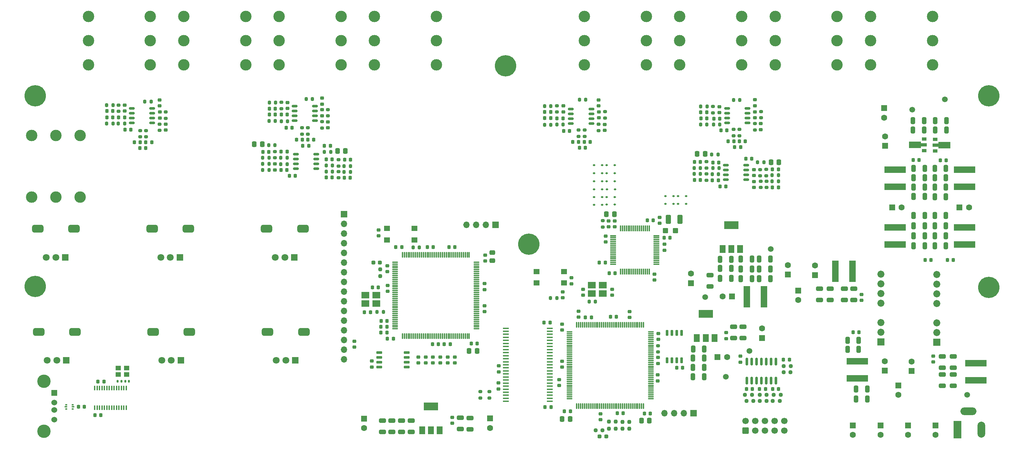
<source format=gts>
G04 #@! TF.GenerationSoftware,KiCad,Pcbnew,7.0.2*
G04 #@! TF.CreationDate,2024-04-03T16:33:45+02:00*
G04 #@! TF.ProjectId,stm_audio_board_V3,73746d5f-6175-4646-996f-5f626f617264,rev?*
G04 #@! TF.SameCoordinates,Original*
G04 #@! TF.FileFunction,Soldermask,Top*
G04 #@! TF.FilePolarity,Negative*
%FSLAX46Y46*%
G04 Gerber Fmt 4.6, Leading zero omitted, Abs format (unit mm)*
G04 Created by KiCad (PCBNEW 7.0.2) date 2024-04-03 16:33:45*
%MOMM*%
%LPD*%
G01*
G04 APERTURE LIST*
G04 Aperture macros list*
%AMRoundRect*
0 Rectangle with rounded corners*
0 $1 Rounding radius*
0 $2 $3 $4 $5 $6 $7 $8 $9 X,Y pos of 4 corners*
0 Add a 4 corners polygon primitive as box body*
4,1,4,$2,$3,$4,$5,$6,$7,$8,$9,$2,$3,0*
0 Add four circle primitives for the rounded corners*
1,1,$1+$1,$2,$3*
1,1,$1+$1,$4,$5*
1,1,$1+$1,$6,$7*
1,1,$1+$1,$8,$9*
0 Add four rect primitives between the rounded corners*
20,1,$1+$1,$2,$3,$4,$5,0*
20,1,$1+$1,$4,$5,$6,$7,0*
20,1,$1+$1,$6,$7,$8,$9,0*
20,1,$1+$1,$8,$9,$2,$3,0*%
%AMFreePoly0*
4,1,9,3.862500,-0.866500,0.737500,-0.866500,0.737500,-0.450000,-0.737500,-0.450000,-0.737500,0.450000,0.737500,0.450000,0.737500,0.866500,3.862500,0.866500,3.862500,-0.866500,3.862500,-0.866500,$1*%
G04 Aperture macros list end*
%ADD10R,1.500000X0.400000*%
%ADD11RoundRect,0.200000X-0.275000X0.200000X-0.275000X-0.200000X0.275000X-0.200000X0.275000X0.200000X0*%
%ADD12C,5.600000*%
%ADD13RoundRect,0.200000X0.200000X0.275000X-0.200000X0.275000X-0.200000X-0.275000X0.200000X-0.275000X0*%
%ADD14RoundRect,0.225000X0.250000X-0.225000X0.250000X0.225000X-0.250000X0.225000X-0.250000X-0.225000X0*%
%ADD15C,3.000000*%
%ADD16RoundRect,0.237500X0.287500X0.237500X-0.287500X0.237500X-0.287500X-0.237500X0.287500X-0.237500X0*%
%ADD17RoundRect,0.237500X-0.287500X-0.237500X0.287500X-0.237500X0.287500X0.237500X-0.287500X0.237500X0*%
%ADD18RoundRect,0.150000X-0.625000X-0.150000X0.625000X-0.150000X0.625000X0.150000X-0.625000X0.150000X0*%
%ADD19RoundRect,0.225000X-0.225000X-0.250000X0.225000X-0.250000X0.225000X0.250000X-0.225000X0.250000X0*%
%ADD20RoundRect,0.200000X-0.200000X-0.275000X0.200000X-0.275000X0.200000X0.275000X-0.200000X0.275000X0*%
%ADD21RoundRect,0.225000X-0.250000X0.225000X-0.250000X-0.225000X0.250000X-0.225000X0.250000X0.225000X0*%
%ADD22R,1.400000X1.200000*%
%ADD23R,5.700000X1.700000*%
%ADD24RoundRect,0.200000X0.275000X-0.200000X0.275000X0.200000X-0.275000X0.200000X-0.275000X-0.200000X0*%
%ADD25RoundRect,0.225000X0.225000X0.250000X-0.225000X0.250000X-0.225000X-0.250000X0.225000X-0.250000X0*%
%ADD26C,1.500000*%
%ADD27RoundRect,0.250000X-0.650000X0.325000X-0.650000X-0.325000X0.650000X-0.325000X0.650000X0.325000X0*%
%ADD28RoundRect,0.250000X-0.325000X-0.650000X0.325000X-0.650000X0.325000X0.650000X-0.325000X0.650000X0*%
%ADD29R,1.600000X1.600000*%
%ADD30C,1.600000*%
%ADD31RoundRect,0.250000X0.325000X0.650000X-0.325000X0.650000X-0.325000X-0.650000X0.325000X-0.650000X0*%
%ADD32RoundRect,0.237500X-0.237500X0.250000X-0.237500X-0.250000X0.237500X-0.250000X0.237500X0.250000X0*%
%ADD33R,2.100000X1.725000*%
%ADD34RoundRect,0.112500X-0.187500X-0.112500X0.187500X-0.112500X0.187500X0.112500X-0.187500X0.112500X0*%
%ADD35R,1.850000X1.850000*%
%ADD36C,1.850000*%
%ADD37RoundRect,0.237500X0.250000X0.237500X-0.250000X0.237500X-0.250000X-0.237500X0.250000X-0.237500X0*%
%ADD38RoundRect,0.250000X0.650000X-0.325000X0.650000X0.325000X-0.650000X0.325000X-0.650000X-0.325000X0*%
%ADD39R,2.000000X4.600000*%
%ADD40O,2.000000X4.200000*%
%ADD41O,4.200000X2.000000*%
%ADD42RoundRect,0.250000X0.337500X0.475000X-0.337500X0.475000X-0.337500X-0.475000X0.337500X-0.475000X0*%
%ADD43RoundRect,0.250000X0.600000X-0.600000X0.600000X0.600000X-0.600000X0.600000X-0.600000X-0.600000X0*%
%ADD44C,1.700000*%
%ADD45RoundRect,0.112500X0.187500X0.112500X-0.187500X0.112500X-0.187500X-0.112500X0.187500X-0.112500X0*%
%ADD46R,1.700000X5.700000*%
%ADD47RoundRect,0.237500X-0.250000X-0.237500X0.250000X-0.237500X0.250000X0.237500X-0.250000X0.237500X0*%
%ADD48RoundRect,0.250000X-0.337500X-0.475000X0.337500X-0.475000X0.337500X0.475000X-0.337500X0.475000X0*%
%ADD49RoundRect,0.150000X0.650000X0.150000X-0.650000X0.150000X-0.650000X-0.150000X0.650000X-0.150000X0*%
%ADD50RoundRect,0.150000X0.150000X-0.825000X0.150000X0.825000X-0.150000X0.825000X-0.150000X-0.825000X0*%
%ADD51RoundRect,0.250000X0.475000X-0.337500X0.475000X0.337500X-0.475000X0.337500X-0.475000X-0.337500X0*%
%ADD52R,1.700000X1.700000*%
%ADD53O,1.700000X1.700000*%
%ADD54RoundRect,0.150000X-0.150000X0.650000X-0.150000X-0.650000X0.150000X-0.650000X0.150000X0.650000X0*%
%ADD55RoundRect,0.075000X-0.075000X-0.662500X0.075000X-0.662500X0.075000X0.662500X-0.075000X0.662500X0*%
%ADD56RoundRect,0.075000X-0.662500X-0.075000X0.662500X-0.075000X0.662500X0.075000X-0.662500X0.075000X0*%
%ADD57R,1.524000X1.524000*%
%ADD58C,1.524000*%
%ADD59C,3.500000*%
%ADD60RoundRect,0.250000X-0.412500X-0.925000X0.412500X-0.925000X0.412500X0.925000X-0.412500X0.925000X0*%
%ADD61R,1.300000X0.900000*%
%ADD62FreePoly0,0.000000*%
%ADD63FreePoly0,180.000000*%
%ADD64R,1.600000X1.400000*%
%ADD65R,0.500000X0.375000*%
%ADD66R,0.650000X0.300000*%
%ADD67RoundRect,0.075000X-0.700000X-0.075000X0.700000X-0.075000X0.700000X0.075000X-0.700000X0.075000X0*%
%ADD68RoundRect,0.075000X-0.075000X-0.700000X0.075000X-0.700000X0.075000X0.700000X-0.075000X0.700000X0*%
%ADD69RoundRect,0.140000X0.140000X0.170000X-0.140000X0.170000X-0.140000X-0.170000X0.140000X-0.170000X0*%
%ADD70R,1.500000X2.000000*%
%ADD71R,3.800000X2.000000*%
%ADD72RoundRect,0.075000X-0.075000X0.662500X-0.075000X-0.662500X0.075000X-0.662500X0.075000X0.662500X0*%
%ADD73RoundRect,0.075000X-0.662500X0.075000X-0.662500X-0.075000X0.662500X-0.075000X0.662500X0.075000X0*%
%ADD74R,0.400000X1.200000*%
%ADD75RoundRect,0.250000X-0.450000X-0.425000X0.450000X-0.425000X0.450000X0.425000X-0.450000X0.425000X0*%
%ADD76R,1.800000X1.800000*%
%ADD77C,1.800000*%
%ADD78RoundRect,0.500000X1.000000X-0.500000X1.000000X0.500000X-1.000000X0.500000X-1.000000X-0.500000X0*%
G04 APERTURE END LIST*
D10*
X183375600Y-134700000D03*
X183375600Y-133900000D03*
X183375600Y-133100000D03*
X183375600Y-132300000D03*
X183375600Y-131500000D03*
X183375600Y-130700000D03*
X183375600Y-129900000D03*
X183375600Y-129100000D03*
X183375600Y-128300000D03*
X183375600Y-127500000D03*
X183375600Y-126700000D03*
X183375600Y-125900000D03*
X183375600Y-125100000D03*
X183375600Y-124300000D03*
X183375600Y-123500000D03*
X183375600Y-122700000D03*
X183375600Y-121900000D03*
X183375600Y-121100000D03*
X183375600Y-120300000D03*
X183375600Y-119500000D03*
X183375600Y-118700000D03*
X183375600Y-117900000D03*
X183375600Y-117100000D03*
X183375600Y-116300000D03*
X183375600Y-115500000D03*
X171875600Y-115500000D03*
X171875600Y-116300000D03*
X171875600Y-117100000D03*
X171875600Y-117900000D03*
X171875600Y-118700000D03*
X171875600Y-119500000D03*
X171875600Y-120300000D03*
X171875600Y-121100000D03*
X171875600Y-121900000D03*
X171875600Y-122700000D03*
X171875600Y-123500000D03*
X171875600Y-124300000D03*
X171875600Y-125100000D03*
X171875600Y-125900000D03*
X171875600Y-126700000D03*
X171875600Y-127500000D03*
X171875600Y-128300000D03*
X171875600Y-129100000D03*
X171875600Y-129900000D03*
X171875600Y-130700000D03*
X171875600Y-131500000D03*
X171875600Y-132300000D03*
X171875600Y-133100000D03*
X171875600Y-133900000D03*
X171875600Y-134700000D03*
D11*
X165235000Y-132130000D03*
X165235000Y-133780000D03*
X167570000Y-132130000D03*
X167570000Y-133780000D03*
D12*
X298500000Y-54518750D03*
X298500000Y-104793750D03*
D13*
X183595000Y-107535000D03*
X185245000Y-107535000D03*
D14*
X186830000Y-105970000D03*
X186830000Y-107520000D03*
D15*
X53951445Y-81097886D03*
X53951445Y-64867886D03*
X47601445Y-81097886D03*
X47601445Y-64867886D03*
X60301445Y-81097886D03*
X60301445Y-64867886D03*
D16*
X198205000Y-143915000D03*
X196455000Y-143915000D03*
D17*
X137145000Y-98270000D03*
X138895000Y-98270000D03*
D14*
X199725800Y-106813200D03*
X199725800Y-105263200D03*
D18*
X188950000Y-57929000D03*
X188950000Y-59199000D03*
X188950000Y-60469000D03*
X188950000Y-61739000D03*
X194300000Y-61739000D03*
X194300000Y-60469000D03*
X194300000Y-59199000D03*
X194300000Y-57929000D03*
D19*
X114318800Y-62869600D03*
X115868800Y-62869600D03*
X124835600Y-71210600D03*
X126385600Y-71210600D03*
D20*
X225832400Y-69892400D03*
X227482400Y-69892400D03*
D21*
X197775000Y-62029000D03*
X197775000Y-63579000D03*
D19*
X64992000Y-129463800D03*
X66542000Y-129463800D03*
D22*
X70327000Y-127638200D03*
X72527000Y-127638200D03*
X72527000Y-125938200D03*
X70327000Y-125938200D03*
D21*
X166282200Y-109584800D03*
X166282200Y-111134800D03*
D18*
X229868400Y-57767800D03*
X229868400Y-59037800D03*
X229868400Y-60307800D03*
X229868400Y-61577800D03*
X235218400Y-61577800D03*
X235218400Y-60307800D03*
X235218400Y-59037800D03*
X235218400Y-57767800D03*
D19*
X124351800Y-67633200D03*
X125901800Y-67633200D03*
D23*
X292085400Y-78386800D03*
X292085400Y-73886800D03*
D19*
X228263200Y-63564600D03*
X229813200Y-63564600D03*
D21*
X156632360Y-123050800D03*
X156632360Y-124600800D03*
D24*
X111368600Y-70777600D03*
X111368600Y-69127600D03*
D20*
X108166600Y-70778000D03*
X109816600Y-70778000D03*
D21*
X169979400Y-129881600D03*
X169979400Y-131431600D03*
D25*
X218229800Y-125862000D03*
X216679800Y-125862000D03*
D15*
X242486250Y-39983400D03*
X258716250Y-39983400D03*
X242486250Y-33633400D03*
X258716250Y-33633400D03*
X242486250Y-46333400D03*
X258716250Y-46333400D03*
D13*
X131135600Y-74460600D03*
X129485600Y-74460600D03*
D15*
X192486250Y-39983400D03*
X208716250Y-39983400D03*
X192486250Y-33633400D03*
X208716250Y-33633400D03*
X192486250Y-46333400D03*
X208716250Y-46333400D03*
D26*
X241363600Y-94675600D03*
D13*
X114687400Y-61143200D03*
X113037400Y-61143200D03*
D11*
X197852800Y-58654400D03*
X197852800Y-60304400D03*
D21*
X213450000Y-93460000D03*
X213450000Y-95010000D03*
D27*
X159950000Y-139025000D03*
X159950000Y-141975000D03*
X254099000Y-105117000D03*
X254099000Y-108067000D03*
D19*
X136944200Y-104795600D03*
X138494200Y-104795600D03*
D13*
X186896000Y-62028600D03*
X185246000Y-62028600D03*
X114544400Y-72402600D03*
X112894400Y-72402600D03*
D28*
X233455000Y-99920000D03*
X236405000Y-99920000D03*
D13*
X183692800Y-57202400D03*
X182042800Y-57202400D03*
D11*
X185293200Y-57103600D03*
X185293200Y-58753600D03*
D21*
X158552600Y-123050800D03*
X158552600Y-124600800D03*
D29*
X134714759Y-139200000D03*
D30*
X134714759Y-141700000D03*
D13*
X233209200Y-55596600D03*
X231559200Y-55596600D03*
D28*
X278783756Y-73498330D03*
X281733756Y-73498330D03*
D14*
X227858000Y-58921600D03*
X227858000Y-57371600D03*
D24*
X238559000Y-75522200D03*
X238559000Y-73872200D03*
D19*
X233109200Y-66436600D03*
X234659200Y-66436600D03*
D31*
X241225000Y-99920000D03*
X238275000Y-99920000D03*
D14*
X189066600Y-103819600D03*
X189066600Y-102269600D03*
D25*
X186846000Y-60397000D03*
X185296000Y-60397000D03*
D19*
X129535600Y-76000600D03*
X131085600Y-76000600D03*
D31*
X287244000Y-73539536D03*
X284294000Y-73539536D03*
D28*
X263649200Y-134070600D03*
X266599200Y-134070600D03*
D32*
X204254400Y-140049700D03*
X204254400Y-141874700D03*
D25*
X214931600Y-91776600D03*
X213381600Y-91776600D03*
D20*
X221255400Y-75007732D03*
X222905400Y-75007732D03*
D15*
X112476251Y-39983400D03*
X128706251Y-39983400D03*
X112476251Y-33633400D03*
X128706251Y-33633400D03*
X112476251Y-46333400D03*
X128706251Y-46333400D03*
D33*
X197315800Y-104190700D03*
X194415800Y-104190700D03*
X194415800Y-106365700D03*
X197315800Y-106365700D03*
D25*
X144615200Y-94190200D03*
X143065200Y-94190200D03*
D24*
X240209000Y-78573000D03*
X240209000Y-76923000D03*
D14*
X186962600Y-58703600D03*
X186962600Y-57153600D03*
D31*
X287244000Y-76011342D03*
X284294000Y-76011342D03*
D34*
X217028000Y-80818000D03*
X219128000Y-80818000D03*
D13*
X139788000Y-111249800D03*
X138138000Y-111249800D03*
D11*
X237134200Y-61771600D03*
X237134200Y-63421600D03*
D24*
X233134200Y-64971600D03*
X233134200Y-63321600D03*
D35*
X284822821Y-119213400D03*
D36*
X284822821Y-116673400D03*
X284822821Y-114133400D03*
X284822821Y-109053400D03*
X284822821Y-106513400D03*
X284822821Y-103973400D03*
X284822821Y-101433400D03*
D25*
X68873200Y-60130800D03*
X67323200Y-60130800D03*
D21*
X125267800Y-61350000D03*
X125267800Y-62900000D03*
D31*
X223875000Y-128200000D03*
X220925000Y-128200000D03*
X287244000Y-85929786D03*
X284294000Y-85929786D03*
D19*
X192450000Y-66614000D03*
X194000000Y-66614000D03*
D37*
X236405300Y-132987400D03*
X234580300Y-132987400D03*
D29*
X252948559Y-101523400D03*
D30*
X252948559Y-99023400D03*
D25*
X68873200Y-58480800D03*
X67323200Y-58480800D03*
X192750000Y-68134000D03*
X191200000Y-68134000D03*
D24*
X128010600Y-76035600D03*
X128010600Y-74385600D03*
D29*
X227360241Y-123050000D03*
D30*
X229860241Y-123050000D03*
D19*
X59863200Y-136092400D03*
X61413200Y-136092400D03*
D26*
X278433800Y-58165000D03*
D14*
X200419350Y-88883200D03*
X200419350Y-87333200D03*
X81178200Y-60314600D03*
X81178200Y-58764600D03*
D23*
X273961200Y-78392682D03*
X273961200Y-73892682D03*
D21*
X148951400Y-123050800D03*
X148951400Y-124600800D03*
D38*
X225425000Y-104500000D03*
X225425000Y-101550000D03*
D20*
X67273200Y-61730800D03*
X68923200Y-61730800D03*
D24*
X224478800Y-73416600D03*
X224478800Y-71766600D03*
D21*
X150871640Y-123050800D03*
X150871640Y-124600800D03*
D24*
X120037800Y-64550000D03*
X120037800Y-62900000D03*
D32*
X202428866Y-140049700D03*
X202428866Y-141874700D03*
D26*
X235755000Y-121460000D03*
D28*
X278783756Y-78441940D03*
X281733756Y-78441940D03*
D13*
X131135600Y-72920600D03*
X129485600Y-72920600D03*
D39*
X290236200Y-142092000D03*
D40*
X296536200Y-142092000D03*
D41*
X293136200Y-137292000D03*
D18*
X116844400Y-69777600D03*
X116844400Y-71047600D03*
X116844400Y-72317600D03*
X116844400Y-73587600D03*
X122194400Y-73587600D03*
X122194400Y-72317600D03*
X122194400Y-71047600D03*
X122194400Y-69777600D03*
D29*
X277284562Y-140991800D03*
D30*
X277284562Y-143491800D03*
D25*
X71973200Y-60130800D03*
X70423200Y-60130800D03*
D34*
X213726000Y-80814400D03*
X215826000Y-80814400D03*
D31*
X230965000Y-99820000D03*
X228015000Y-99820000D03*
D29*
X220426287Y-103665080D03*
D30*
X220426287Y-101165080D03*
D14*
X123697800Y-59700000D03*
X123697800Y-58150000D03*
D28*
X278598000Y-61005200D03*
X281548000Y-61005200D03*
D42*
X224124900Y-69722400D03*
X222049900Y-69722400D03*
D43*
X234707600Y-142351400D03*
D44*
X234707600Y-139811400D03*
X237247600Y-142351400D03*
X237247600Y-139811400D03*
X239787600Y-142351400D03*
X239787600Y-139811400D03*
X242327600Y-142351400D03*
X242327600Y-139811400D03*
X244867600Y-142351400D03*
X244867600Y-139811400D03*
D25*
X233409200Y-67946600D03*
X231859200Y-67946600D03*
X183720000Y-136185800D03*
X182170000Y-136185800D03*
D14*
X166493800Y-97867600D03*
X166493800Y-96317600D03*
D45*
X197150000Y-79045600D03*
X195050000Y-79045600D03*
D28*
X278783756Y-88573657D03*
X281733756Y-88573657D03*
X263649200Y-131470600D03*
X266599200Y-131470600D03*
D14*
X229617600Y-118209200D03*
X229617600Y-116659200D03*
D20*
X221255400Y-73413866D03*
X222905400Y-73413866D03*
D31*
X223900000Y-125800000D03*
X220950000Y-125800000D03*
D20*
X124785600Y-74410600D03*
X126435600Y-74410600D03*
D21*
X192115800Y-105263200D03*
X192115800Y-106813200D03*
D26*
X224118954Y-107304360D03*
D45*
X197142800Y-76959400D03*
X195042800Y-76959400D03*
D11*
X211808400Y-120101400D03*
X211808400Y-121751400D03*
D24*
X190975000Y-65129000D03*
X190975000Y-63479000D03*
D28*
X278783756Y-93861400D03*
X281733756Y-93861400D03*
D27*
X144525000Y-139775000D03*
X144525000Y-142725000D03*
D29*
X239044959Y-118066160D03*
D30*
X239044959Y-115566160D03*
D27*
X147050000Y-139775000D03*
X147050000Y-142725000D03*
D20*
X147587600Y-94266200D03*
X149237600Y-94266200D03*
D25*
X183636600Y-58752400D03*
X182086600Y-58752400D03*
D28*
X233455000Y-97320000D03*
X236405000Y-97320000D03*
D29*
X271207000Y-126652135D03*
D30*
X271207000Y-124152135D03*
D14*
X71958200Y-58505800D03*
X71958200Y-56955800D03*
D29*
X273152759Y-83766318D03*
D30*
X275652759Y-83766318D03*
D25*
X183642800Y-60342400D03*
X182092800Y-60342400D03*
X194305200Y-112640000D03*
X192755200Y-112640000D03*
D28*
X278783756Y-75970135D03*
X281733756Y-75970135D03*
D11*
X238659000Y-76923000D03*
X238659000Y-78573000D03*
D31*
X230956000Y-97405000D03*
X228006000Y-97405000D03*
D46*
X239576846Y-107254840D03*
X235076846Y-107254840D03*
D29*
X248487000Y-105597641D03*
D30*
X248487000Y-108097641D03*
D11*
X197286400Y-87258000D03*
X197286400Y-88908000D03*
D21*
X238734200Y-61811600D03*
X238734200Y-63361600D03*
D23*
X295064600Y-129171600D03*
X295064600Y-124671600D03*
D20*
X112894400Y-70752600D03*
X114544400Y-70752600D03*
D11*
X82748200Y-58764600D03*
X82748200Y-60414600D03*
D19*
X230109200Y-66426600D03*
X231659200Y-66426600D03*
D24*
X224507400Y-76667400D03*
X224507400Y-75017400D03*
D47*
X242098100Y-132992000D03*
X243923100Y-132992000D03*
D26*
X229540800Y-128210800D03*
D15*
X62476251Y-39983400D03*
X78706251Y-39983400D03*
X62476251Y-33633400D03*
X78706251Y-33633400D03*
X62476251Y-46333400D03*
X78706251Y-46333400D03*
D13*
X121183400Y-55346600D03*
X119533400Y-55346600D03*
X68923200Y-56930800D03*
X67273200Y-56930800D03*
D18*
X116512800Y-57180000D03*
X116512800Y-58450000D03*
X116512800Y-59720000D03*
X116512800Y-60990000D03*
X121862800Y-60990000D03*
X121862800Y-59720000D03*
X121862800Y-58450000D03*
X121862800Y-57180000D03*
D48*
X127753100Y-68990600D03*
X129828100Y-68990600D03*
D49*
X145892200Y-125694000D03*
X145892200Y-124424000D03*
X145892200Y-123154000D03*
X145892200Y-121884000D03*
X138692200Y-121884000D03*
X138692200Y-123154000D03*
X138692200Y-124424000D03*
X138692200Y-125694000D03*
D27*
X263049000Y-105117000D03*
X263049000Y-108067000D03*
D11*
X123737800Y-61300000D03*
X123737800Y-62950000D03*
D19*
X115142400Y-75521000D03*
X116692400Y-75521000D03*
D27*
X260599000Y-105117000D03*
X260599000Y-108067000D03*
D19*
X74523200Y-66679600D03*
X76073200Y-66679600D03*
D25*
X222855400Y-76601600D03*
X221305400Y-76601600D03*
D13*
X243334000Y-75347200D03*
X241684000Y-75347200D03*
D25*
X196400000Y-98235000D03*
X197950000Y-98235000D03*
D18*
X73871600Y-57783800D03*
X73871600Y-59053800D03*
X73871600Y-60323800D03*
X73871600Y-61593800D03*
X79221600Y-61593800D03*
X79221600Y-60323800D03*
X79221600Y-59053800D03*
X79221600Y-57783800D03*
D37*
X246532300Y-125468800D03*
X244707300Y-125468800D03*
X236761300Y-134559800D03*
X234936300Y-134559800D03*
D19*
X241847000Y-131458400D03*
X243397000Y-131458400D03*
D20*
X109835800Y-61091600D03*
X111485800Y-61091600D03*
D50*
X235050200Y-129210200D03*
X236320200Y-129210200D03*
X237590200Y-129210200D03*
X238860200Y-129210200D03*
X240130200Y-129210200D03*
X241400200Y-129210200D03*
X242670200Y-129210200D03*
X242670200Y-124260200D03*
X241400200Y-124260200D03*
X240130200Y-124260200D03*
X238860200Y-124260200D03*
X237590200Y-124260200D03*
X236320200Y-124260200D03*
X235050200Y-124260200D03*
D19*
X222974400Y-58840400D03*
X224524400Y-58840400D03*
D24*
X128010600Y-72935600D03*
X128010600Y-71285600D03*
D14*
X237154200Y-60271600D03*
X237154200Y-58721600D03*
D31*
X264388000Y-118650200D03*
X261438000Y-118650200D03*
D21*
X166305400Y-103796800D03*
X166305400Y-105346800D03*
D29*
X271319359Y-67616000D03*
D30*
X271319359Y-65116000D03*
D19*
X187243400Y-137268800D03*
X188793400Y-137268800D03*
X117032800Y-66025000D03*
X118582800Y-66025000D03*
D21*
X265114800Y-106638400D03*
X265114800Y-108188400D03*
D31*
X287244000Y-91217528D03*
X284294000Y-91217528D03*
D25*
X65719600Y-138273000D03*
X64169600Y-138273000D03*
D45*
X200423000Y-72710400D03*
X198323000Y-72710400D03*
D19*
X281801000Y-97611800D03*
X283351000Y-97611800D03*
D29*
X271023200Y-57736159D03*
D30*
X271023200Y-60236159D03*
D31*
X241225000Y-102520000D03*
X238275000Y-102520000D03*
D14*
X186652800Y-125731800D03*
X186652800Y-124181800D03*
X81160000Y-57125200D03*
X81160000Y-55575200D03*
D21*
X152791880Y-123050800D03*
X152791880Y-124600800D03*
D13*
X78908400Y-55988800D03*
X77258400Y-55988800D03*
D42*
X108034100Y-67194200D03*
X105959100Y-67194200D03*
D13*
X111536600Y-56238400D03*
X109886600Y-56238400D03*
D14*
X138573000Y-91224000D03*
X138573000Y-89674000D03*
D25*
X114544400Y-69152600D03*
X112994400Y-69152600D03*
D31*
X287244000Y-78483147D03*
X284294000Y-78483147D03*
D21*
X82778200Y-61914600D03*
X82778200Y-63464600D03*
D25*
X111461200Y-59436200D03*
X109911200Y-59436200D03*
D29*
X270076167Y-140991800D03*
D30*
X270076167Y-143491800D03*
D24*
X76048200Y-65264600D03*
X76048200Y-63614600D03*
D25*
X126385600Y-75950600D03*
X124835600Y-75950600D03*
D26*
X292816200Y-132999400D03*
D51*
X168334600Y-97737300D03*
X168334600Y-95662300D03*
D15*
X137476251Y-39983400D03*
X153706251Y-39983400D03*
X137476251Y-33633400D03*
X153706251Y-33633400D03*
X137476251Y-46333400D03*
X153706251Y-46333400D03*
D21*
X132156200Y-118935200D03*
X132156200Y-120485200D03*
D19*
X108196600Y-69228000D03*
X109746600Y-69228000D03*
D31*
X223920000Y-120920000D03*
X220970000Y-120920000D03*
D12*
X48500000Y-54518750D03*
D45*
X200422200Y-74812800D03*
X198322200Y-74812800D03*
D27*
X289163000Y-125869200D03*
X289163000Y-122919200D03*
D29*
X290807800Y-83804759D03*
D30*
X293307800Y-83804759D03*
D37*
X240228100Y-134576200D03*
X238403100Y-134576200D03*
D19*
X226032400Y-76692400D03*
X227582400Y-76692400D03*
D29*
X245833800Y-101407041D03*
D30*
X245833800Y-98907041D03*
D21*
X211799400Y-123188200D03*
X211799400Y-124738200D03*
D38*
X289169800Y-130608400D03*
X289169800Y-127658400D03*
D19*
X162832800Y-119546200D03*
X164382800Y-119546200D03*
D25*
X140743000Y-113547200D03*
X139193000Y-113547200D03*
D21*
X211827000Y-116882400D03*
X211827000Y-118432400D03*
D52*
X169215820Y-88374078D03*
D53*
X166675820Y-88374078D03*
X164135820Y-88374078D03*
X161595820Y-88374078D03*
D19*
X152666400Y-119701000D03*
X154216400Y-119701000D03*
D14*
X204298600Y-112680400D03*
X204298600Y-111130400D03*
D32*
X200687555Y-140024700D03*
X200687555Y-141849700D03*
D28*
X278783756Y-80913746D03*
X281733756Y-80913746D03*
D11*
X196175000Y-61979000D03*
X196175000Y-63629000D03*
D21*
X157820000Y-138885000D03*
X157820000Y-140435000D03*
D14*
X198026400Y-92884600D03*
X198026400Y-91334600D03*
D25*
X227732400Y-72032400D03*
X226182400Y-72032400D03*
D26*
X286980000Y-55399800D03*
D25*
X140721400Y-115092000D03*
X139171400Y-115092000D03*
D19*
X278656200Y-71347400D03*
X280206200Y-71347400D03*
D29*
X167750000Y-139160241D03*
D30*
X167750000Y-141660241D03*
D52*
X221119899Y-137824541D03*
D53*
X218579899Y-137824541D03*
X216039899Y-137824541D03*
X213499899Y-137824541D03*
D19*
X234933600Y-131432000D03*
X236483600Y-131432000D03*
D37*
X246506300Y-127065400D03*
X244681300Y-127065400D03*
D31*
X264388000Y-121079400D03*
X261438000Y-121079400D03*
D21*
X210868600Y-101318800D03*
X210868600Y-102868800D03*
D45*
X200448400Y-76962800D03*
X198348400Y-76962800D03*
D29*
X284492959Y-140991800D03*
D30*
X284492959Y-143491800D03*
D19*
X238388800Y-131437200D03*
X239938800Y-131437200D03*
D35*
X270210359Y-119113221D03*
D36*
X270210359Y-116573221D03*
X270210359Y-114033221D03*
X270210359Y-108953221D03*
X270210359Y-106413221D03*
X270210359Y-103873221D03*
X270210359Y-101333221D03*
D11*
X81148200Y-61914600D03*
X81148200Y-63564600D03*
D14*
X236946600Y-78523000D03*
X236946600Y-76973000D03*
D54*
X217986400Y-116746600D03*
X216716400Y-116746600D03*
X215446400Y-116746600D03*
X214176400Y-116746600D03*
X214176400Y-123946600D03*
X215446400Y-123946600D03*
X216716400Y-123946600D03*
X217986400Y-123946600D03*
D13*
X243334000Y-76948000D03*
X241684000Y-76948000D03*
D25*
X287339800Y-71415800D03*
X285789800Y-71415800D03*
D24*
X231584200Y-64971600D03*
X231584200Y-63321600D03*
D32*
X138925000Y-100025000D03*
X138925000Y-101850000D03*
D28*
X233455000Y-102520000D03*
X236405000Y-102520000D03*
D48*
X241367300Y-71930200D03*
X243442300Y-71930200D03*
D37*
X243676900Y-134578600D03*
X241851900Y-134578600D03*
D12*
X48500000Y-104518750D03*
D19*
X234778400Y-71018000D03*
X236328400Y-71018000D03*
D55*
X144786600Y-96239300D03*
X145286600Y-96239300D03*
X145786600Y-96239300D03*
X146286600Y-96239300D03*
X146786600Y-96239300D03*
X147286600Y-96239300D03*
X147786600Y-96239300D03*
X148286600Y-96239300D03*
X148786600Y-96239300D03*
X149286600Y-96239300D03*
X149786600Y-96239300D03*
X150286600Y-96239300D03*
X150786600Y-96239300D03*
X151286600Y-96239300D03*
X151786600Y-96239300D03*
X152286600Y-96239300D03*
X152786600Y-96239300D03*
X153286600Y-96239300D03*
X153786600Y-96239300D03*
X154286600Y-96239300D03*
X154786600Y-96239300D03*
X155286600Y-96239300D03*
X155786600Y-96239300D03*
X156286600Y-96239300D03*
X156786600Y-96239300D03*
X157286600Y-96239300D03*
X157786600Y-96239300D03*
X158286600Y-96239300D03*
X158786600Y-96239300D03*
X159286600Y-96239300D03*
X159786600Y-96239300D03*
X160286600Y-96239300D03*
X160786600Y-96239300D03*
X161286600Y-96239300D03*
X161786600Y-96239300D03*
X162286600Y-96239300D03*
D56*
X164199100Y-98151800D03*
X164199100Y-98651800D03*
X164199100Y-99151800D03*
X164199100Y-99651800D03*
X164199100Y-100151800D03*
X164199100Y-100651800D03*
X164199100Y-101151800D03*
X164199100Y-101651800D03*
X164199100Y-102151800D03*
X164199100Y-102651800D03*
X164199100Y-103151800D03*
X164199100Y-103651800D03*
X164199100Y-104151800D03*
X164199100Y-104651800D03*
X164199100Y-105151800D03*
X164199100Y-105651800D03*
X164199100Y-106151800D03*
X164199100Y-106651800D03*
X164199100Y-107151800D03*
X164199100Y-107651800D03*
X164199100Y-108151800D03*
X164199100Y-108651800D03*
X164199100Y-109151800D03*
X164199100Y-109651800D03*
X164199100Y-110151800D03*
X164199100Y-110651800D03*
X164199100Y-111151800D03*
X164199100Y-111651800D03*
X164199100Y-112151800D03*
X164199100Y-112651800D03*
X164199100Y-113151800D03*
X164199100Y-113651800D03*
X164199100Y-114151800D03*
X164199100Y-114651800D03*
X164199100Y-115151800D03*
X164199100Y-115651800D03*
D55*
X162286600Y-117564300D03*
X161786600Y-117564300D03*
X161286600Y-117564300D03*
X160786600Y-117564300D03*
X160286600Y-117564300D03*
X159786600Y-117564300D03*
X159286600Y-117564300D03*
X158786600Y-117564300D03*
X158286600Y-117564300D03*
X157786600Y-117564300D03*
X157286600Y-117564300D03*
X156786600Y-117564300D03*
X156286600Y-117564300D03*
X155786600Y-117564300D03*
X155286600Y-117564300D03*
X154786600Y-117564300D03*
X154286600Y-117564300D03*
X153786600Y-117564300D03*
X153286600Y-117564300D03*
X152786600Y-117564300D03*
X152286600Y-117564300D03*
X151786600Y-117564300D03*
X151286600Y-117564300D03*
X150786600Y-117564300D03*
X150286600Y-117564300D03*
X149786600Y-117564300D03*
X149286600Y-117564300D03*
X148786600Y-117564300D03*
X148286600Y-117564300D03*
X147786600Y-117564300D03*
X147286600Y-117564300D03*
X146786600Y-117564300D03*
X146286600Y-117564300D03*
X145786600Y-117564300D03*
X145286600Y-117564300D03*
X144786600Y-117564300D03*
D56*
X142874100Y-115651800D03*
X142874100Y-115151800D03*
X142874100Y-114651800D03*
X142874100Y-114151800D03*
X142874100Y-113651800D03*
X142874100Y-113151800D03*
X142874100Y-112651800D03*
X142874100Y-112151800D03*
X142874100Y-111651800D03*
X142874100Y-111151800D03*
X142874100Y-110651800D03*
X142874100Y-110151800D03*
X142874100Y-109651800D03*
X142874100Y-109151800D03*
X142874100Y-108651800D03*
X142874100Y-108151800D03*
X142874100Y-107651800D03*
X142874100Y-107151800D03*
X142874100Y-106651800D03*
X142874100Y-106151800D03*
X142874100Y-105651800D03*
X142874100Y-105151800D03*
X142874100Y-104651800D03*
X142874100Y-104151800D03*
X142874100Y-103651800D03*
X142874100Y-103151800D03*
X142874100Y-102651800D03*
X142874100Y-102151800D03*
X142874100Y-101651800D03*
X142874100Y-101151800D03*
X142874100Y-100651800D03*
X142874100Y-100151800D03*
X142874100Y-99651800D03*
X142874100Y-99151800D03*
X142874100Y-98651800D03*
X142874100Y-98151800D03*
D19*
X72057200Y-63419800D03*
X73607200Y-63419800D03*
D23*
X273961200Y-93511400D03*
X273961200Y-89011400D03*
D27*
X139550000Y-139775000D03*
X139550000Y-142725000D03*
D32*
X198895710Y-140024700D03*
X198895710Y-141849700D03*
D21*
X196671200Y-137928200D03*
X196671200Y-139478200D03*
D25*
X157312000Y-119668600D03*
X155762000Y-119668600D03*
D42*
X188719700Y-139284600D03*
X186644700Y-139284600D03*
D23*
X264053800Y-128639800D03*
X264053800Y-124139800D03*
D14*
X123746600Y-56661200D03*
X123746600Y-55111200D03*
D37*
X240228500Y-133006000D03*
X238403500Y-133006000D03*
D46*
X262719000Y-100542000D03*
X258219000Y-100542000D03*
D29*
X231193800Y-107135441D03*
D30*
X228693800Y-107135441D03*
D57*
X53563600Y-132496400D03*
D58*
X53563600Y-134996400D03*
X53563600Y-136996400D03*
X53563600Y-139496400D03*
D59*
X50853600Y-129426400D03*
X50853600Y-142566400D03*
D48*
X207418700Y-139721800D03*
X209493700Y-139721800D03*
D27*
X286313000Y-122919200D03*
X286313000Y-125869200D03*
D14*
X140789000Y-100640800D03*
X140789000Y-99090800D03*
D25*
X120212800Y-67585000D03*
X118662800Y-67585000D03*
D45*
X197108600Y-74816400D03*
X195008600Y-74816400D03*
D15*
X87476251Y-39983400D03*
X103706251Y-39983400D03*
X87476251Y-33633400D03*
X103706251Y-33633400D03*
X87476251Y-46333400D03*
X103706251Y-46333400D03*
D21*
X185891000Y-128961800D03*
X185891000Y-130511800D03*
D60*
X214447500Y-86875000D03*
X217522500Y-86875000D03*
D29*
X278203000Y-126731800D03*
D30*
X278203000Y-124231800D03*
D61*
X284422200Y-65960400D03*
D62*
X284509700Y-67460400D03*
D61*
X284422200Y-68960400D03*
D20*
X222919800Y-62022800D03*
X224569800Y-62022800D03*
D25*
X289197000Y-97610000D03*
X287647000Y-97610000D03*
D31*
X287244000Y-93861400D03*
X284294000Y-93861400D03*
D29*
X274745670Y-130492600D03*
D30*
X274745670Y-132992600D03*
D18*
X229531600Y-72722200D03*
X229531600Y-73992200D03*
X229531600Y-75262200D03*
X229531600Y-76532200D03*
X234881600Y-76532200D03*
X234881600Y-75262200D03*
X234881600Y-73992200D03*
X234881600Y-72722200D03*
D19*
X241784800Y-78554200D03*
X243334800Y-78554200D03*
D20*
X108166600Y-73928000D03*
X109816600Y-73928000D03*
D48*
X198230700Y-85545400D03*
X200305700Y-85545400D03*
D25*
X224545200Y-60457400D03*
X222995200Y-60457400D03*
D19*
X221305400Y-71820000D03*
X222855400Y-71820000D03*
D13*
X227632400Y-75092400D03*
X225982400Y-75092400D03*
D61*
X281527000Y-68860400D03*
D63*
X281439500Y-67360400D03*
D61*
X281527000Y-65860400D03*
D14*
X114628600Y-57814200D03*
X114628600Y-56264200D03*
D25*
X140718600Y-116628400D03*
X139168600Y-116628400D03*
D34*
X217028000Y-82813800D03*
X219128000Y-82813800D03*
D19*
X187029800Y-63678200D03*
X188579800Y-63678200D03*
D38*
X231625000Y-118100000D03*
X231625000Y-115150000D03*
D24*
X118487800Y-64550000D03*
X118487800Y-62900000D03*
D25*
X131185600Y-71280600D03*
X129635600Y-71280600D03*
D64*
X187128200Y-103594800D03*
X179928200Y-103594800D03*
X187128200Y-100594800D03*
X179928200Y-100594800D03*
D11*
X238784200Y-58621600D03*
X238784200Y-60271600D03*
D19*
X199312800Y-112478800D03*
X200862800Y-112478800D03*
D25*
X227933800Y-60472800D03*
X226383800Y-60472800D03*
D65*
X56678800Y-135588900D03*
D66*
X56603800Y-136126400D03*
D65*
X56678800Y-136663900D03*
X58378800Y-136663900D03*
D66*
X58453800Y-136126400D03*
D65*
X58378800Y-135588900D03*
D12*
X177889000Y-93435400D03*
D67*
X200025000Y-91200000D03*
X200025000Y-91700000D03*
X200025000Y-92200000D03*
X200025000Y-92700000D03*
X200025000Y-93200000D03*
X200025000Y-93700000D03*
X200025000Y-94200000D03*
X200025000Y-94700000D03*
X200025000Y-95200000D03*
X200025000Y-95700000D03*
X200025000Y-96200000D03*
X200025000Y-96700000D03*
X200025000Y-97200000D03*
X200025000Y-97700000D03*
X200025000Y-98200000D03*
X200025000Y-98700000D03*
D68*
X201950000Y-100625000D03*
X202450000Y-100625000D03*
X202950000Y-100625000D03*
X203450000Y-100625000D03*
X203950000Y-100625000D03*
X204450000Y-100625000D03*
X204950000Y-100625000D03*
X205450000Y-100625000D03*
X205950000Y-100625000D03*
X206450000Y-100625000D03*
X206950000Y-100625000D03*
X207450000Y-100625000D03*
X207950000Y-100625000D03*
X208450000Y-100625000D03*
X208950000Y-100625000D03*
X209450000Y-100625000D03*
D67*
X211375000Y-98700000D03*
X211375000Y-98200000D03*
X211375000Y-97700000D03*
X211375000Y-97200000D03*
X211375000Y-96700000D03*
X211375000Y-96200000D03*
X211375000Y-95700000D03*
X211375000Y-95200000D03*
X211375000Y-94700000D03*
X211375000Y-94200000D03*
X211375000Y-93700000D03*
X211375000Y-93200000D03*
X211375000Y-92700000D03*
X211375000Y-92200000D03*
X211375000Y-91700000D03*
X211375000Y-91200000D03*
D68*
X209450000Y-89275000D03*
X208950000Y-89275000D03*
X208450000Y-89275000D03*
X207950000Y-89275000D03*
X207450000Y-89275000D03*
X206950000Y-89275000D03*
X206450000Y-89275000D03*
X205950000Y-89275000D03*
X205450000Y-89275000D03*
X204950000Y-89275000D03*
X204450000Y-89275000D03*
X203950000Y-89275000D03*
X203450000Y-89275000D03*
X202950000Y-89275000D03*
X202450000Y-89275000D03*
X201950000Y-89275000D03*
D69*
X73101200Y-129438400D03*
X72141200Y-129438400D03*
D12*
X171807600Y-46643600D03*
D14*
X198857731Y-88890347D03*
X198857731Y-87340347D03*
D25*
X243334000Y-73827200D03*
X241784000Y-73827200D03*
D70*
X149970000Y-142300000D03*
X152270000Y-142300000D03*
X154570000Y-142300000D03*
D71*
X152270000Y-136000000D03*
D13*
X227983000Y-62064400D03*
X226333000Y-62064400D03*
D20*
X109741600Y-67454200D03*
X111391600Y-67454200D03*
D25*
X200500000Y-101055000D03*
X198950000Y-101055000D03*
D11*
X125237800Y-58100000D03*
X125237800Y-59750000D03*
D25*
X183478200Y-113977000D03*
X181928200Y-113977000D03*
D72*
X207979400Y-114572100D03*
X207479400Y-114572100D03*
X206979400Y-114572100D03*
X206479400Y-114572100D03*
X205979400Y-114572100D03*
X205479400Y-114572100D03*
X204979400Y-114572100D03*
X204479400Y-114572100D03*
X203979400Y-114572100D03*
X203479400Y-114572100D03*
X202979400Y-114572100D03*
X202479400Y-114572100D03*
X201979400Y-114572100D03*
X201479400Y-114572100D03*
X200979400Y-114572100D03*
X200479400Y-114572100D03*
X199979400Y-114572100D03*
X199479400Y-114572100D03*
X198979400Y-114572100D03*
X198479400Y-114572100D03*
X197979400Y-114572100D03*
X197479400Y-114572100D03*
X196979400Y-114572100D03*
X196479400Y-114572100D03*
X195979400Y-114572100D03*
X195479400Y-114572100D03*
X194979400Y-114572100D03*
X194479400Y-114572100D03*
X193979400Y-114572100D03*
X193479400Y-114572100D03*
X192979400Y-114572100D03*
X192479400Y-114572100D03*
X191979400Y-114572100D03*
X191479400Y-114572100D03*
X190979400Y-114572100D03*
X190479400Y-114572100D03*
D73*
X188566900Y-116484600D03*
X188566900Y-116984600D03*
X188566900Y-117484600D03*
X188566900Y-117984600D03*
X188566900Y-118484600D03*
X188566900Y-118984600D03*
X188566900Y-119484600D03*
X188566900Y-119984600D03*
X188566900Y-120484600D03*
X188566900Y-120984600D03*
X188566900Y-121484600D03*
X188566900Y-121984600D03*
X188566900Y-122484600D03*
X188566900Y-122984600D03*
X188566900Y-123484600D03*
X188566900Y-123984600D03*
X188566900Y-124484600D03*
X188566900Y-124984600D03*
X188566900Y-125484600D03*
X188566900Y-125984600D03*
X188566900Y-126484600D03*
X188566900Y-126984600D03*
X188566900Y-127484600D03*
X188566900Y-127984600D03*
X188566900Y-128484600D03*
X188566900Y-128984600D03*
X188566900Y-129484600D03*
X188566900Y-129984600D03*
X188566900Y-130484600D03*
X188566900Y-130984600D03*
X188566900Y-131484600D03*
X188566900Y-131984600D03*
X188566900Y-132484600D03*
X188566900Y-132984600D03*
X188566900Y-133484600D03*
X188566900Y-133984600D03*
D72*
X190479400Y-135897100D03*
X190979400Y-135897100D03*
X191479400Y-135897100D03*
X191979400Y-135897100D03*
X192479400Y-135897100D03*
X192979400Y-135897100D03*
X193479400Y-135897100D03*
X193979400Y-135897100D03*
X194479400Y-135897100D03*
X194979400Y-135897100D03*
X195479400Y-135897100D03*
X195979400Y-135897100D03*
X196479400Y-135897100D03*
X196979400Y-135897100D03*
X197479400Y-135897100D03*
X197979400Y-135897100D03*
X198479400Y-135897100D03*
X198979400Y-135897100D03*
X199479400Y-135897100D03*
X199979400Y-135897100D03*
X200479400Y-135897100D03*
X200979400Y-135897100D03*
X201479400Y-135897100D03*
X201979400Y-135897100D03*
X202479400Y-135897100D03*
X202979400Y-135897100D03*
X203479400Y-135897100D03*
X203979400Y-135897100D03*
X204479400Y-135897100D03*
X204979400Y-135897100D03*
X205479400Y-135897100D03*
X205979400Y-135897100D03*
X206479400Y-135897100D03*
X206979400Y-135897100D03*
X207479400Y-135897100D03*
X207979400Y-135897100D03*
D73*
X209891900Y-133984600D03*
X209891900Y-133484600D03*
X209891900Y-132984600D03*
X209891900Y-132484600D03*
X209891900Y-131984600D03*
X209891900Y-131484600D03*
X209891900Y-130984600D03*
X209891900Y-130484600D03*
X209891900Y-129984600D03*
X209891900Y-129484600D03*
X209891900Y-128984600D03*
X209891900Y-128484600D03*
X209891900Y-127984600D03*
X209891900Y-127484600D03*
X209891900Y-126984600D03*
X209891900Y-126484600D03*
X209891900Y-125984600D03*
X209891900Y-125484600D03*
X209891900Y-124984600D03*
X209891900Y-124484600D03*
X209891900Y-123984600D03*
X209891900Y-123484600D03*
X209891900Y-122984600D03*
X209891900Y-122484600D03*
X209891900Y-121984600D03*
X209891900Y-121484600D03*
X209891900Y-120984600D03*
X209891900Y-120484600D03*
X209891900Y-119984600D03*
X209891900Y-119484600D03*
X209891900Y-118984600D03*
X209891900Y-118484600D03*
X209891900Y-117984600D03*
X209891900Y-117484600D03*
X209891900Y-116984600D03*
X209891900Y-116484600D03*
D14*
X140893800Y-105834000D03*
X140893800Y-104284000D03*
D15*
X267486250Y-39983400D03*
X283716250Y-39983400D03*
X267486250Y-33633400D03*
X283716250Y-33633400D03*
X267486250Y-46333400D03*
X283716250Y-46333400D03*
D25*
X111461200Y-57850000D03*
X109911200Y-57850000D03*
D13*
X192811200Y-55468200D03*
X191161200Y-55468200D03*
D74*
X72395300Y-131186600D03*
X71760300Y-131186600D03*
X71125300Y-131186600D03*
X70490300Y-131186600D03*
X69855300Y-131186600D03*
X69220300Y-131186600D03*
X68585300Y-131186600D03*
X67950300Y-131186600D03*
X67315300Y-131186600D03*
X66680300Y-131186600D03*
X66045300Y-131186600D03*
X65410300Y-131186600D03*
X64775300Y-131186600D03*
X64140300Y-131186600D03*
X64140300Y-136386600D03*
X64775300Y-136386600D03*
X65410300Y-136386600D03*
X66045300Y-136386600D03*
X66680300Y-136386600D03*
X67315300Y-136386600D03*
X67950300Y-136386600D03*
X68585300Y-136386600D03*
X69220300Y-136386600D03*
X69855300Y-136386600D03*
X70490300Y-136386600D03*
X71125300Y-136386600D03*
X71760300Y-136386600D03*
X72395300Y-136386600D03*
D31*
X230965000Y-102370000D03*
X228015000Y-102370000D03*
D25*
X142398200Y-118225800D03*
X140848200Y-118225800D03*
D19*
X151298000Y-94176200D03*
X152848000Y-94176200D03*
D21*
X170004200Y-125387800D03*
X170004200Y-126937800D03*
D28*
X278783756Y-85929786D03*
X281733756Y-85929786D03*
D75*
X213685400Y-89876600D03*
X216385400Y-89876600D03*
D11*
X226206400Y-57321600D03*
X226206400Y-58971600D03*
D31*
X287398000Y-61005200D03*
X284448000Y-61005200D03*
D21*
X111378600Y-72377600D03*
X111378600Y-73927600D03*
D24*
X77598200Y-65264600D03*
X77598200Y-63614600D03*
D25*
X114612800Y-59416200D03*
X113062800Y-59416200D03*
D14*
X190905200Y-112564600D03*
X190905200Y-111014600D03*
D21*
X154712120Y-123050800D03*
X154712120Y-124600800D03*
D45*
X200441600Y-81085200D03*
X198341600Y-81085200D03*
D64*
X147897800Y-92301000D03*
X140697800Y-92301000D03*
X147897800Y-89301000D03*
X140697800Y-89301000D03*
D25*
X202628800Y-137774200D03*
X201078800Y-137774200D03*
D31*
X223900000Y-123325000D03*
X220950000Y-123325000D03*
D28*
X278783756Y-91217528D03*
X281733756Y-91217528D03*
D27*
X162475000Y-139050000D03*
X162475000Y-142000000D03*
D45*
X200475200Y-79018600D03*
X198375200Y-79018600D03*
D14*
X237165600Y-57090200D03*
X237165600Y-55540200D03*
D21*
X283942200Y-122809600D03*
X283942200Y-124359600D03*
X211667000Y-127744800D03*
X211667000Y-129294800D03*
D25*
X246215000Y-123757000D03*
X244665000Y-123757000D03*
D20*
X226132400Y-73492400D03*
X227782400Y-73492400D03*
D45*
X200438400Y-83042400D03*
X198338400Y-83042400D03*
D14*
X196203000Y-57117000D03*
X196203000Y-55567000D03*
D27*
X142025000Y-139775000D03*
X142025000Y-142725000D03*
D31*
X287244000Y-88573657D03*
X284294000Y-88573657D03*
D45*
X197139600Y-83070000D03*
X195039600Y-83070000D03*
D13*
X125985600Y-69210600D03*
X124335600Y-69210600D03*
D31*
X287244000Y-80954952D03*
X284294000Y-80954952D03*
D14*
X136728200Y-125670000D03*
X136728200Y-124120000D03*
D19*
X189400000Y-66614000D03*
X190950000Y-66614000D03*
X208955000Y-87155000D03*
X210505000Y-87155000D03*
D45*
X197139600Y-81081600D03*
X195039600Y-81081600D03*
D19*
X134836000Y-111263400D03*
X136386000Y-111263400D03*
D31*
X241225400Y-97343441D03*
X238275400Y-97343441D03*
D20*
X108166600Y-72328000D03*
X109816600Y-72328000D03*
D14*
X196312800Y-60254400D03*
X196312800Y-58704400D03*
D19*
X227996400Y-78264400D03*
X229546400Y-78264400D03*
D27*
X256879000Y-105117000D03*
X256879000Y-108067000D03*
D13*
X239520400Y-71950400D03*
X237870400Y-71950400D03*
D70*
X228685600Y-94746000D03*
X230985600Y-94746000D03*
X233285600Y-94746000D03*
D71*
X230985600Y-88446000D03*
D13*
X71973200Y-61730800D03*
X70323200Y-61730800D03*
D48*
X162253100Y-121481800D03*
X164328100Y-121481800D03*
D13*
X224629800Y-57244200D03*
X222979800Y-57244200D03*
D11*
X70398200Y-56905800D03*
X70398200Y-58555800D03*
D34*
X213726000Y-82817400D03*
X215826000Y-82817400D03*
D19*
X156990800Y-94176200D03*
X158540800Y-94176200D03*
D25*
X264453400Y-116557200D03*
X262903400Y-116557200D03*
D33*
X137945800Y-106823500D03*
X135045800Y-106823500D03*
X135045800Y-108998500D03*
X137945800Y-108998500D03*
D38*
X234081281Y-118100798D03*
X234081281Y-115150798D03*
D24*
X192525000Y-65129000D03*
X192525000Y-63479000D03*
D19*
X77523200Y-66689600D03*
X79073200Y-66689600D03*
D24*
X240159000Y-75472200D03*
X240159000Y-73822200D03*
D19*
X112944400Y-73963400D03*
X114494400Y-73963400D03*
D70*
X221975000Y-118050000D03*
X224275000Y-118050000D03*
X226575000Y-118050000D03*
D71*
X224275000Y-111750000D03*
D45*
X197092000Y-72680600D03*
X194992000Y-72680600D03*
D69*
X71125000Y-129432200D03*
X70165000Y-129432200D03*
D19*
X208205365Y-137872565D03*
X209755365Y-137872565D03*
D14*
X186630000Y-115970400D03*
X186630000Y-114420400D03*
D20*
X182018200Y-62080200D03*
X183668200Y-62080200D03*
D13*
X126435600Y-72810600D03*
X124785600Y-72810600D03*
D14*
X233384400Y-124396000D03*
X233384400Y-122846000D03*
D19*
X120012800Y-66005000D03*
X121562800Y-66005000D03*
D31*
X287398000Y-63455200D03*
X284448000Y-63455200D03*
D29*
X262867772Y-140991800D03*
D30*
X262867772Y-143491800D03*
D47*
X195411900Y-142280200D03*
X197236900Y-142280200D03*
D23*
X292085400Y-93511400D03*
X292085400Y-89011400D03*
D14*
X212225200Y-87932800D03*
X212225200Y-86382800D03*
D13*
X195380800Y-108468200D03*
X193730800Y-108468200D03*
D15*
X217486250Y-39983400D03*
X233716250Y-39983400D03*
X217486250Y-33633400D03*
X233716250Y-33633400D03*
X217486250Y-46333400D03*
X233716250Y-46333400D03*
D11*
X113061600Y-56214200D03*
X113061600Y-57864200D03*
D28*
X278598000Y-63455200D03*
X281548000Y-63455200D03*
D25*
X77523200Y-68229600D03*
X75973200Y-68229600D03*
D38*
X286319800Y-130608400D03*
X286319800Y-127658400D03*
D14*
X236906600Y-75422200D03*
X236906600Y-73872200D03*
D76*
X116699195Y-123929281D03*
D77*
X114199195Y-123929281D03*
X111699195Y-123929281D03*
D78*
X109449195Y-116429281D03*
X118949195Y-116429281D03*
D76*
X86445195Y-96896243D03*
D77*
X83945195Y-96896243D03*
X81445195Y-96896243D03*
D78*
X79195195Y-89396243D03*
X88695195Y-89396243D03*
D76*
X86699195Y-123929281D03*
D77*
X84199195Y-123929281D03*
X81699195Y-123929281D03*
D78*
X79449195Y-116429281D03*
X88949195Y-116429281D03*
D52*
X129507600Y-85587200D03*
D53*
X129507600Y-88127200D03*
X129507600Y-90667200D03*
X129507600Y-93207200D03*
X129507600Y-95747200D03*
X129507600Y-98287200D03*
X129507600Y-100827200D03*
X129507600Y-103367200D03*
X129507600Y-105907200D03*
X129507600Y-108447200D03*
X129507600Y-110987200D03*
X129507600Y-113527200D03*
X129507600Y-116067200D03*
X129507600Y-118607200D03*
X129507600Y-121147200D03*
X129507600Y-123687200D03*
D76*
X56445195Y-96896243D03*
D77*
X53945195Y-96896243D03*
X51445195Y-96896243D03*
D78*
X49195195Y-89396243D03*
X58695195Y-89396243D03*
D76*
X56699195Y-123929281D03*
D77*
X54199195Y-123929281D03*
X51699195Y-123929281D03*
D78*
X49449195Y-116429281D03*
X58949195Y-116429281D03*
D76*
X116445195Y-96896243D03*
D77*
X113945195Y-96896243D03*
X111445195Y-96896243D03*
D78*
X109195195Y-89396243D03*
X118695195Y-89396243D03*
M02*

</source>
